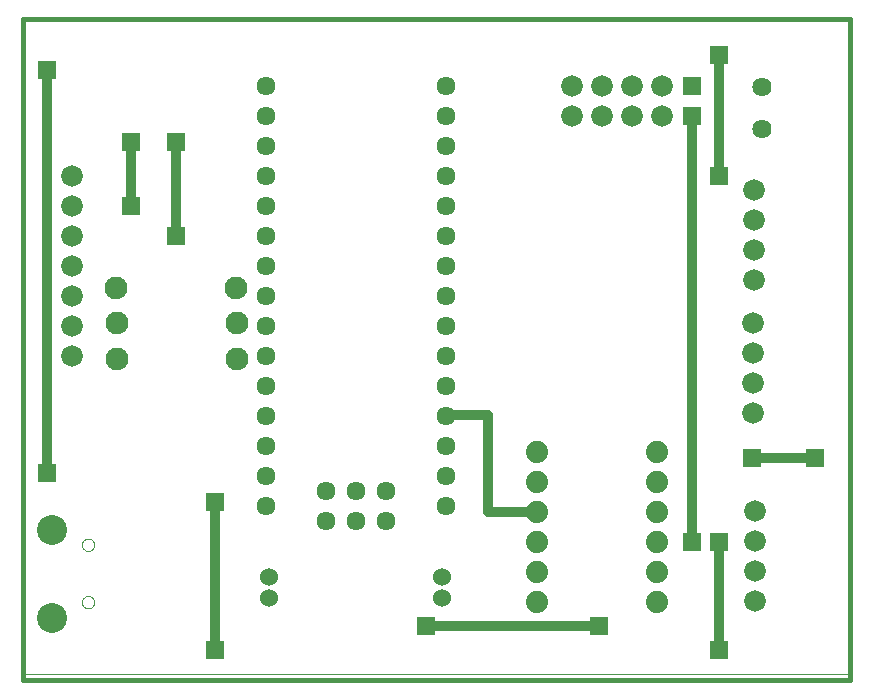
<source format=gbr>
G75*
G70*
%OFA0B0*%
%FSLAX24Y24*%
%IPPOS*%
%LPD*%
%AMOC8*
5,1,8,0,0,1.08239X$1,22.5*
%
%ADD10C,0.0000*%
%ADD11C,0.0160*%
%ADD12C,0.0740*%
%ADD13C,0.0600*%
%ADD14C,0.0720*%
%ADD15C,0.0635*%
%ADD16C,0.1000*%
%ADD17C,0.0640*%
%ADD18C,0.0760*%
%ADD19R,0.0596X0.0596*%
%ADD20C,0.0320*%
D10*
X000180Y000367D02*
X000180Y022137D01*
X027812Y022137D01*
X027812Y000367D01*
X000180Y000367D01*
X002155Y002772D02*
X002157Y002800D01*
X002163Y002828D01*
X002172Y002854D01*
X002185Y002880D01*
X002201Y002903D01*
X002221Y002923D01*
X002243Y002941D01*
X002267Y002956D01*
X002293Y002967D01*
X002320Y002975D01*
X002348Y002979D01*
X002376Y002979D01*
X002404Y002975D01*
X002431Y002967D01*
X002457Y002956D01*
X002481Y002941D01*
X002503Y002923D01*
X002523Y002903D01*
X002539Y002880D01*
X002552Y002854D01*
X002561Y002828D01*
X002567Y002800D01*
X002569Y002772D01*
X002567Y002744D01*
X002561Y002716D01*
X002552Y002690D01*
X002539Y002664D01*
X002523Y002641D01*
X002503Y002621D01*
X002481Y002603D01*
X002457Y002588D01*
X002431Y002577D01*
X002404Y002569D01*
X002376Y002565D01*
X002348Y002565D01*
X002320Y002569D01*
X002293Y002577D01*
X002267Y002588D01*
X002243Y002603D01*
X002221Y002621D01*
X002201Y002641D01*
X002185Y002664D01*
X002172Y002690D01*
X002163Y002716D01*
X002157Y002744D01*
X002155Y002772D01*
X002155Y004682D02*
X002157Y004710D01*
X002163Y004738D01*
X002172Y004764D01*
X002185Y004790D01*
X002201Y004813D01*
X002221Y004833D01*
X002243Y004851D01*
X002267Y004866D01*
X002293Y004877D01*
X002320Y004885D01*
X002348Y004889D01*
X002376Y004889D01*
X002404Y004885D01*
X002431Y004877D01*
X002457Y004866D01*
X002481Y004851D01*
X002503Y004833D01*
X002523Y004813D01*
X002539Y004790D01*
X002552Y004764D01*
X002561Y004738D01*
X002567Y004710D01*
X002569Y004682D01*
X002567Y004654D01*
X002561Y004626D01*
X002552Y004600D01*
X002539Y004574D01*
X002523Y004551D01*
X002503Y004531D01*
X002481Y004513D01*
X002457Y004498D01*
X002431Y004487D01*
X002404Y004479D01*
X002376Y004475D01*
X002348Y004475D01*
X002320Y004479D01*
X002293Y004487D01*
X002267Y004498D01*
X002243Y004513D01*
X002221Y004531D01*
X002201Y004551D01*
X002185Y004574D01*
X002172Y004600D01*
X002163Y004626D01*
X002157Y004654D01*
X002155Y004682D01*
D11*
X000198Y000180D02*
X000198Y022227D01*
X027757Y022227D01*
X027757Y000180D01*
X000198Y000180D01*
D12*
X017320Y002787D03*
X017320Y003787D03*
X017320Y004787D03*
X017320Y005787D03*
X017320Y006787D03*
X017320Y007787D03*
X021320Y007787D03*
X021320Y006787D03*
X021320Y005787D03*
X021320Y004787D03*
X021320Y003787D03*
X021320Y002787D03*
D13*
X014160Y002917D03*
X014160Y003617D03*
X008400Y003617D03*
X008400Y002917D03*
D14*
X001834Y010972D03*
X001834Y011972D03*
X001834Y012972D03*
X001834Y013972D03*
X001834Y014972D03*
X001834Y015972D03*
X001834Y016972D03*
X018481Y018987D03*
X019481Y018987D03*
X020481Y018987D03*
X021481Y018987D03*
X021481Y019987D03*
X020481Y019987D03*
X019481Y019987D03*
X018481Y019987D03*
X024561Y016523D03*
X024561Y015523D03*
X024561Y014523D03*
X024561Y013523D03*
X024537Y012066D03*
X024537Y011066D03*
X024537Y010066D03*
X024537Y009066D03*
X024580Y005807D03*
X024580Y004807D03*
X024580Y003807D03*
X024580Y002807D03*
D15*
X014300Y005987D03*
X014300Y006987D03*
X014300Y007987D03*
X014300Y008987D03*
X014300Y009987D03*
X014300Y010987D03*
X014300Y011987D03*
X014300Y012987D03*
X014300Y013987D03*
X014300Y014987D03*
X014300Y015987D03*
X014300Y016987D03*
X014300Y017987D03*
X014300Y018987D03*
X014300Y019987D03*
X008300Y019987D03*
X008300Y018987D03*
X008300Y017987D03*
X008300Y016987D03*
X008300Y015987D03*
X008300Y014987D03*
X008300Y013987D03*
X008300Y012987D03*
X008300Y011987D03*
X008300Y010987D03*
X008300Y009987D03*
X008300Y008987D03*
X008300Y007987D03*
X008300Y006987D03*
X008300Y005987D03*
X010300Y005487D03*
X011300Y005487D03*
X012300Y005487D03*
X012300Y006487D03*
X011300Y006487D03*
X010300Y006487D03*
D16*
X001169Y005194D03*
X001169Y002261D03*
D17*
X024820Y018547D03*
X024820Y019947D03*
D18*
X007305Y013250D03*
X007320Y012067D03*
X007322Y010884D03*
X003322Y010884D03*
X003320Y012067D03*
X003305Y013250D03*
D19*
X005300Y014980D03*
X003780Y015967D03*
X003780Y018127D03*
X005300Y018127D03*
X000980Y020527D03*
X000980Y007087D03*
X006580Y006127D03*
X006580Y001167D03*
X013620Y001967D03*
X019380Y001967D03*
X022500Y004767D03*
X023380Y004767D03*
X024500Y007567D03*
X026580Y007567D03*
X023380Y001167D03*
X023391Y016987D03*
X022481Y018987D03*
X022481Y019987D03*
X023380Y021007D03*
D20*
X023380Y016987D01*
X023391Y016987D01*
X022481Y018987D02*
X022481Y004687D01*
X022500Y004767D01*
X023380Y004767D02*
X023380Y001487D01*
X023380Y001167D01*
X019380Y001967D02*
X013620Y001967D01*
X015700Y005787D02*
X015700Y009007D01*
X014300Y009007D01*
X014300Y008987D01*
X015700Y005787D02*
X017320Y005787D01*
X024500Y007567D02*
X026580Y007567D01*
X006580Y006127D02*
X006580Y001167D01*
X000980Y007087D02*
X000980Y020527D01*
X003780Y018127D02*
X003780Y015967D01*
X005300Y014980D02*
X005300Y018127D01*
M02*

</source>
